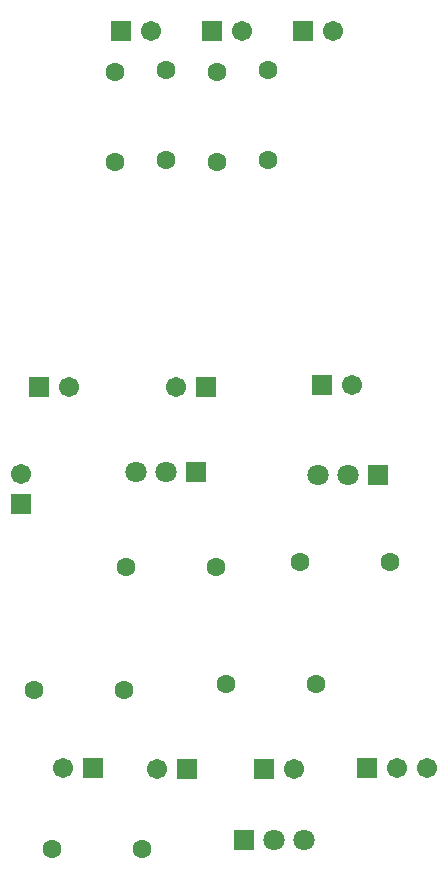
<source format=gbs>
G04 Layer_Color=16711935*
%FSLAX25Y25*%
%MOIN*%
G70*
G01*
G75*
%ADD20C,0.06312*%
%ADD21C,0.07099*%
%ADD22R,0.07099X0.07099*%
%ADD23R,0.06706X0.06706*%
%ADD24C,0.06706*%
%ADD25R,0.06706X0.06706*%
D20*
X578000Y299000D02*
D03*
X548000D02*
D03*
X514000Y297000D02*
D03*
X484000D02*
D03*
X520000Y244000D02*
D03*
X490000D02*
D03*
X602500Y339500D02*
D03*
X572500D02*
D03*
X544500Y338000D02*
D03*
X514500D02*
D03*
X562000Y473500D02*
D03*
Y503500D02*
D03*
X511000Y503000D02*
D03*
Y473000D02*
D03*
X528000Y473500D02*
D03*
Y503500D02*
D03*
X545000Y473000D02*
D03*
Y503000D02*
D03*
D21*
X578500Y368500D02*
D03*
X588500D02*
D03*
X518000Y369500D02*
D03*
X528000D02*
D03*
X574000Y247000D02*
D03*
X564000D02*
D03*
D22*
X598500Y368500D02*
D03*
X538000Y369500D02*
D03*
X554000Y247000D02*
D03*
D23*
X560500Y270500D02*
D03*
X535000D02*
D03*
X513000Y516500D02*
D03*
X573500D02*
D03*
X543250D02*
D03*
X485500Y398000D02*
D03*
X541250D02*
D03*
X580000Y398500D02*
D03*
X595000Y271000D02*
D03*
X503500D02*
D03*
D24*
X570500Y270500D02*
D03*
X525000D02*
D03*
X479500Y369000D02*
D03*
X523000Y516500D02*
D03*
X583500D02*
D03*
X553250D02*
D03*
X495500Y398000D02*
D03*
X531250D02*
D03*
X590000Y398500D02*
D03*
X605000Y271000D02*
D03*
X615000D02*
D03*
X493500D02*
D03*
D25*
X479500Y359000D02*
D03*
M02*

</source>
